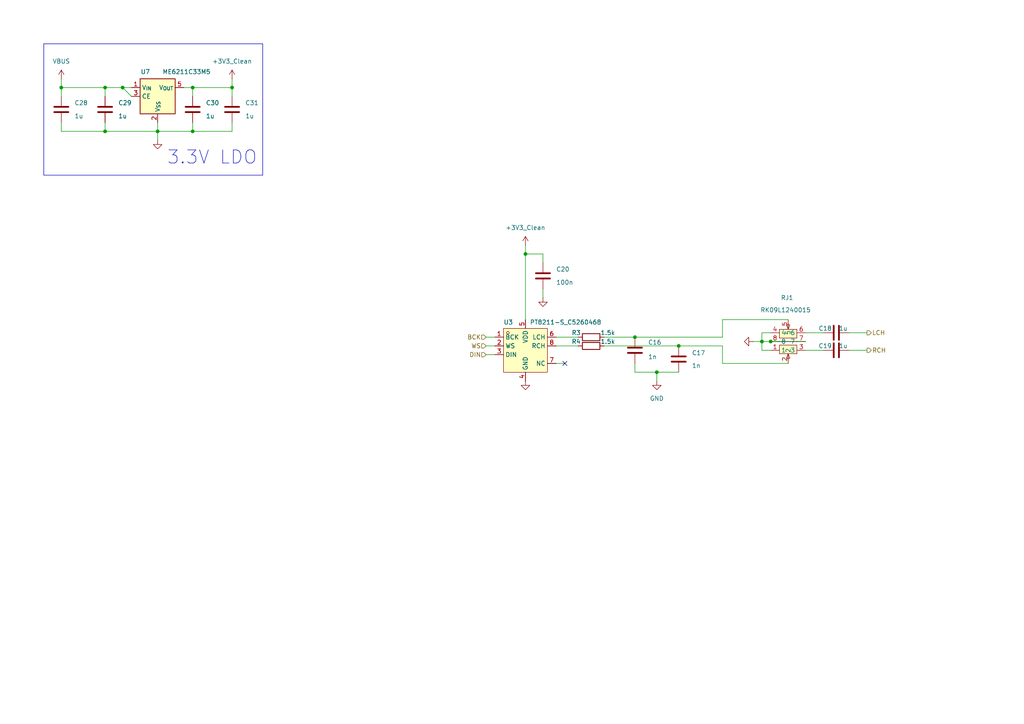
<source format=kicad_sch>
(kicad_sch (version 20250114) (generator "eeschema") (generator_version "9.0")
  (paper "A4")
  (lib_symbols
    (symbol "Device:C" (pin_numbers (hide yes)) (pin_names (offset 0.254))
      (property "Reference" "C" (at 0.635 2.54 0))
      (property "Value" "C" (at 0.635 -2.54 0))
      (symbol "C_0_1"
        (polyline (pts (xy -2.032 0.762) (xy 2.032 0.762)) (stroke (width 0.508)))
        (polyline (pts (xy -2.032 -0.762) (xy 2.032 -0.762)) (stroke (width 0.508)))
      )
      (symbol "C_1_1"
        (pin passive line (at 0 3.81 270) (length 2.794) (name "~") (number "1"))
        (pin passive line (at 0 -3.81 90) (length 2.794) (name "~") (number "2"))
      )
    )
    (symbol "Device:R" (pin_numbers (hide yes)) (pin_names (offset 0))
      (property "Reference" "R" (at 2.032 0 90))
      (property "Value" "R" (at 0 0 90))
      (symbol "R_0_1"
        (rectangle (start -1.016 -2.54) (end 1.016 2.54) (stroke (width 0.254)))
      )
      (symbol "R_1_1"
        (pin passive line (at 0 3.81 270) (length 1.27) (name "~") (number "1"))
        (pin passive line (at 0 -3.81 90) (length 1.27) (name "~") (number "2"))
      )
    )
    (symbol "Regulator_Linear:ME6211C33M5"
      (property "Reference" "U" (at -4.572 6.35 0))
      (property "Value" "ME6211C33M5" (at 10.16 8.636 0))
      (symbol "ME6211C33M5_1_1"
        (rectangle (start -5.08 5.08) (end 5.08 -5.08) (stroke (width 0.254)) (fill (type background)))
        (pin power_in line (at -7.62 2.54 0) (length 2.54) (name "V_{IN}") (number "1"))
        (pin input line (at -7.62 0 0) (length 2.54) (name "CE") (number "3"))
        (pin power_in line (at 0 -7.62 90) (length 2.54) (name "V_{SS}") (number "2"))
        (pin no_connect line (at 5.08 0 180) (length 2.54) (hide yes) (name "NC") (number "4"))
        (pin power_out line (at 7.62 2.54 180) (length 2.54) (name "V_{OUT}") (number "5"))
      )
    )
    (symbol "easyeda2kicad:PT8211-S_C5260468"
      (property "Reference" "U" (at -6.096 7.366 0))
      (property "Value" "PT8211-S_C5260468" (at 6.35 7.366 0))
      (symbol "PT8211-S_C5260468_0_1"
        (rectangle (start -6.35 6.35) (end 6.35 -6.35) (fill (type background)))
        (circle (center -5.08 5.08) (radius 0.38))
        (pin unspecified line (at -8.89 3.81 0) (length 2.54) (name "BCK") (number "1"))
        (pin unspecified line (at -8.89 1.27 0) (length 2.54) (name "WS") (number "2"))
        (pin unspecified line (at -8.89 -1.27 0) (length 2.54) (name "DIN") (number "3"))
        (pin unspecified line (at 0 8.89 270) (length 2.54) (name "VDD") (number "5"))
        (pin unspecified line (at 0 -8.89 90) (length 2.54) (name "GND") (number "4"))
        (pin unspecified line (at 8.89 3.81 180) (length 2.54) (name "LCH") (number "6"))
        (pin unspecified line (at 8.89 1.27 180) (length 2.54) (name "RCH") (number "8"))
        (pin unspecified line (at 8.89 -3.81 180) (length 2.54) (name "NC") (number "7"))
      )
    )
    (symbol "easyeda2kicad:RK09L1240015"
      (property "Reference" "RJ" (at 0 11.43 0))
      (property "Value" "RK09L1240015" (at 0 -11.43 0))
      (symbol "RK09L1240015_0_1"
        (polyline (pts (xy -2.54 3.56) (xy 2.54 3.56) (xy 2.54 1.02) (xy -2.54 1.02) (xy -2.54 3.56)) (fill (type background)))
        (polyline (pts (xy -2.54 0) (xy 2.54 0)))
        (polyline (pts (xy 0 4.06) (xy 0 5.33)))
        (polyline (pts (xy 0 3.56) (xy -0.51 4.83) (xy 0.51 4.83) (xy 0 3.56)) (fill (type background)))
        (polyline (pts (xy 0 -3.56) (xy 0.51 -4.83) (xy -0.51 -4.83) (xy 0 -3.56)) (fill (type background)))
        (polyline (pts (xy 0 -4.06) (xy 0 -5.33)))
        (polyline (pts (xy 2.54 -3.56) (xy -2.54 -3.56) (xy -2.54 -1.02) (xy 2.54 -1.02) (xy 2.54 -3.56)) (fill (type background)))
        (pin input line (at -5.08 2.54 0) (length 2.54) (name "3") (number "3"))
        (pin input line (at -5.08 0 0) (length 2.54) (name "7") (number "7"))
        (pin input line (at -5.08 -2.54 0) (length 2.54) (name "6") (number "6"))
        (pin input line (at 0 6.35 270) (length 2.54) (name "2") (number "2"))
        (pin input line (at 0 -6.35 90) (length 2.54) (name "5") (number "5"))
        (pin input line (at 5.08 2.54 180) (length 2.54) (name "1") (number "1"))
        (pin input line (at 5.08 0 180) (length 2.54) (name "8") (number "8"))
        (pin input line (at 5.08 -2.54 180) (length 2.54) (name "4") (number "4"))
      )
    )
    (symbol "power:+3V3" (power) (pin_numbers (hide yes)) (pin_names (offset 0) (hide yes))
      (property "Value" "+3V3" (at 0 3.556 0))
      (symbol "+3V3_0_1"
        (polyline (pts (xy -0.762 1.27) (xy 0 2.54)))
        (polyline (pts (xy 0 2.54) (xy 0.762 1.27)))
        (polyline (pts (xy 0 0) (xy 0 2.54)))
      )
      (symbol "+3V3_1_1"
        (pin power_in line (at 0 0 90) (length 0) (name "~") (number "1"))
      )
    )
    (symbol "power:GND" (power) (pin_numbers (hide yes)) (pin_names (offset 0) (hide yes))
      (property "Value" "GND" (at 0 -3.81 0))
      (symbol "GND_0_1"
        (polyline (pts (xy 0 0) (xy 0 -1.27) (xy 1.27 -1.27) (xy 0 -2.54) (xy -1.27 -1.27) (xy 0 -1.27)))
      )
      (symbol "GND_1_1"
        (pin power_in line (at 0 0 270) (length 0) (name "~") (number "1"))
      )
    )
    (symbol "power:VBUS" (power) (pin_numbers (hide yes)) (pin_names (offset 0) (hide yes))
      (property "Value" "VBUS" (at 0 3.556 0))
      (symbol "VBUS_0_1"
        (polyline (pts (xy -0.762 1.27) (xy 0 2.54)))
        (polyline (pts (xy 0 2.54) (xy 0.762 1.27)))
        (polyline (pts (xy 0 0) (xy 0 2.54)))
      )
      (symbol "VBUS_1_1"
        (pin power_in line (at 0 0 90) (length 0) (name "~") (number "1"))
      )
    )
  )
  (text "3.3V LDO" (at 74.676 48.006 0) (effects (font (size 3.81 3.81)) (justify right bottom)))
  (junction (at 35.56 25.4))
  (junction (at 17.78 25.4))
  (junction (at 223.52 99.06))
  (junction (at 45.72 38.1))
  (junction (at 220.98 99.06))
  (junction (at 152.4 73.66))
  (junction (at 190.5 107.95))
  (junction (at 30.48 25.4))
  (junction (at 30.48 38.1))
  (junction (at 55.88 25.4))
  (junction (at 67.31 25.4))
  (junction (at 196.85 100.33))
  (junction (at 184.15 97.79))
  (junction (at 55.88 38.1))
  (no_connect (at 163.83 105.41))
  (wire (pts (xy 152.4 73.66) (xy 157.48 73.66)))
  (wire (pts (xy 175.26 100.33) (xy 196.85 100.33)))
  (wire (pts (xy 17.78 38.1) (xy 30.48 38.1)))
  (wire (pts (xy 246.38 96.52) (xy 251.46 96.52)))
  (wire (pts (xy 45.72 38.1) (xy 55.88 38.1)))
  (wire (pts (xy 220.98 96.52) (xy 220.98 99.06)))
  (wire (pts (xy 55.88 35.56) (xy 55.88 38.1)))
  (wire (pts (xy 35.56 25.4) (xy 38.1 25.4)))
  (wire (pts (xy 223.52 99.06) (xy 233.68 99.06)))
  (wire (pts (xy 196.85 100.33) (xy 209.55 100.33)))
  (wire (pts (xy 209.55 105.41) (xy 228.6 105.41)))
  (wire (pts (xy 55.88 25.4) (xy 67.31 25.4)))
  (wire (pts (xy 30.48 25.4) (xy 35.56 25.4)))
  (polyline (pts (xy 12.7 50.8) (xy 76.2 50.8)))
  (wire (pts (xy 218.44 99.06) (xy 220.98 99.06)))
  (wire (pts (xy 209.55 92.71) (xy 228.6 92.71)))
  (wire (pts (xy 209.55 100.33) (xy 209.55 105.41)))
  (wire (pts (xy 161.29 100.33) (xy 167.64 100.33)))
  (wire (pts (xy 161.29 97.79) (xy 167.64 97.79)))
  (wire (pts (xy 184.15 105.41) (xy 184.15 107.95)))
  (wire (pts (xy 45.72 38.1) (xy 45.72 35.56)))
  (wire (pts (xy 163.83 105.41) (xy 161.29 105.41)))
  (wire (pts (xy 30.48 27.94) (xy 30.48 25.4)))
  (wire (pts (xy 246.38 101.6) (xy 251.46 101.6)))
  (wire (pts (xy 233.68 96.52) (xy 238.76 96.52)))
  (wire (pts (xy 220.98 99.06) (xy 220.98 101.6)))
  (wire (pts (xy 220.98 99.06) (xy 223.52 99.06)))
  (wire (pts (xy 220.98 101.6) (xy 223.52 101.6)))
  (wire (pts (xy 175.26 97.79) (xy 184.15 97.79)))
  (wire (pts (xy 152.4 71.12) (xy 152.4 73.66)))
  (wire (pts (xy 67.31 22.86) (xy 67.31 25.4)))
  (wire (pts (xy 184.15 97.79) (xy 209.55 97.79)))
  (wire (pts (xy 17.78 22.86) (xy 17.78 25.4)))
  (wire (pts (xy 209.55 92.71) (xy 209.55 97.79)))
  (polyline (pts (xy 12.7 12.7) (xy 12.7 50.8)))
  (polyline (pts (xy 76.2 12.7) (xy 76.2 50.8)))
  (wire (pts (xy 157.48 83.82) (xy 157.48 86.36)))
  (wire (pts (xy 45.72 40.64) (xy 45.72 38.1)))
  (wire (pts (xy 190.5 107.95) (xy 196.85 107.95)))
  (wire (pts (xy 220.98 96.52) (xy 223.52 96.52)))
  (wire (pts (xy 53.34 25.4) (xy 55.88 25.4)))
  (wire (pts (xy 190.5 107.95) (xy 190.5 110.49)))
  (wire (pts (xy 140.97 102.87) (xy 143.51 102.87)))
  (wire (pts (xy 17.78 25.4) (xy 30.48 25.4)))
  (wire (pts (xy 38.1 27.94) (xy 35.56 25.4)))
  (wire (pts (xy 67.31 25.4) (xy 67.31 27.94)))
  (wire (pts (xy 30.48 38.1) (xy 45.72 38.1)))
  (wire (pts (xy 17.78 38.1) (xy 17.78 35.56)))
  (wire (pts (xy 233.68 101.6) (xy 238.76 101.6)))
  (wire (pts (xy 152.4 73.66) (xy 152.4 92.71)))
  (wire (pts (xy 30.48 38.1) (xy 30.48 35.56)))
  (wire (pts (xy 67.31 35.56) (xy 67.31 38.1)))
  (wire (pts (xy 55.88 38.1) (xy 67.31 38.1)))
  (wire (pts (xy 184.15 107.95) (xy 190.5 107.95)))
  (wire (pts (xy 140.97 100.33) (xy 143.51 100.33)))
  (polyline (pts (xy 12.7 12.7) (xy 76.2 12.7)))
  (wire (pts (xy 55.88 25.4) (xy 55.88 27.94)))
  (wire (pts (xy 157.48 73.66) (xy 157.48 76.2)))
  (wire (pts (xy 17.78 27.94) (xy 17.78 25.4)))
  (wire (pts (xy 140.97 97.79) (xy 143.51 97.79)))
  (hierarchical_label "RCH" (shape output) (at 251.46 101.6 0))
  (hierarchical_label "WS" (shape input) (at 140.97 100.33 180))
  (hierarchical_label "DIN" (shape input) (at 140.97 102.87 180))
  (hierarchical_label "LCH" (shape output) (at 251.46 96.52 0))
  (hierarchical_label "BCK" (shape input) (at 140.97 97.79 180))
  (symbol (lib_id "power:GND") (at 157.48 86.36 0) (unit 1)
    (property "Reference" "#PWR019" (effects (hide yes)))
    (property "Value" "GND" (effects (hide yes)))
    (property "Description" "Power symbol creates a global label with name \"GND\" , ground" (effects (hide yes)))
  )
  (symbol (lib_id "Device:C") (at 157.48 80.01 0) (unit 1)
    (property "Reference" "C20" (at 161.29 78.1049 0) (effects (justify left)))
    (property "Value" "100n" (at 161.29 81.9149 0) (effects (justify left)))
    (property "Footprint" "Capacitor_SMD:C_0402_1005Metric" (effects (hide yes)))
    (property "Description" "Unpolarized capacitor" (effects (hide yes)))
    (property "LCSC Part #" "C1525" (effects (hide yes)))
  )
  (symbol (lib_id "Device:C") (at 242.57 96.52 90) (mirror x) (unit 1)
    (property "Reference" "C18" (at 241.3 95.25 90) (effects (justify left)))
    (property "Value" "1u" (at 245.872 95.25 90) (effects (justify left)))
    (property "Footprint" "Capacitor_SMD:C_0402_1005Metric" (effects (hide yes)))
    (property "Description" "Unpolarized capacitor" (effects (hide yes)))
    (property "LCSC Part #" "C52923" (effects (hide yes)))
  )
  (symbol (lib_id "Device:C") (at 184.15 101.6 180) (unit 1)
    (property "Reference" "C16" (at 187.96 99.314 0) (effects (justify right)))
    (property "Value" "1n" (at 187.96 103.5049 0) (effects (justify right)))
    (property "Footprint" "Capacitor_SMD:C_0402_1005Metric" (effects (hide yes)))
    (property "Description" "Unpolarized capacitor" (effects (hide yes)))
    (property "LCSC Part #" "C52923" (effects (hide yes)))
  )
  (symbol (lib_id "power:VBUS") (at 17.78 22.86 0) (unit 1)
    (property "Reference" "#PWR030" (effects (hide yes)))
    (property "Value" "VBUS" (at 17.78 17.78 0))
    (property "Description" "Power symbol creates a global label with name \"VBUS\"" (effects (hide yes)))
  )
  (symbol (lib_id "power:GND") (at 45.72 40.64 0) (unit 1)
    (property "Reference" "#PWR032" (effects (hide yes)))
    (property "Value" "GND" (effects (hide yes)))
    (property "Description" "Power symbol creates a global label with name \"GND\" , ground" (effects (hide yes)))
  )
  (symbol (lib_id "Device:C") (at 242.57 101.6 90) (mirror x) (unit 1)
    (property "Reference" "C19" (at 241.3 100.33 90) (effects (justify left)))
    (property "Value" "1u" (at 245.872 100.33 90) (effects (justify left)))
    (property "Footprint" "Capacitor_SMD:C_0402_1005Metric" (effects (hide yes)))
    (property "Description" "Unpolarized capacitor" (effects (hide yes)))
    (property "LCSC Part #" "C52923" (effects (hide yes)))
  )
  (symbol (lib_id "Device:R") (at 171.45 100.33 90) (unit 1)
    (property "Reference" "R4" (at 167.132 99.06 90))
    (property "Value" "1.5k" (at 176.276 99.06 90))
    (property "Footprint" "Resistor_SMD:R_0402_1005Metric" (effects (hide yes)))
    (property "Description" "Resistor" (effects (hide yes)))
    (property "LCSC Part #" "C25867" (effects (hide yes)))
  )
  (symbol (lib_id "power:GND") (at 190.5 110.49 0) (unit 1)
    (property "Reference" "#PWR018" (effects (hide yes)))
    (property "Value" "GND" (at 190.5 115.57 0))
    (property "Description" "Power symbol creates a global label with name \"GND\" , ground" (effects (hide yes)))
  )
  (symbol (lib_id "easyeda2kicad:RK09L1240015") (at 228.6 99.06 180) (unit 1)
    (property "Reference" "RJ1" (at 230.124 86.36 0) (effects (justify left)))
    (property "Value" "RK09L1240015" (at 235.204 89.916 0) (effects (justify left)))
    (property "Footprint" "easyeda2kicad:RES-ADJ-TH_RK09L1240A12" (effects (hide yes)))
    (property "LCSC Part" "C7471751" (effects (hide yes)))
  )
  (symbol (lib_id "Device:C") (at 67.31 31.75 0) (unit 1)
    (property "Reference" "C31" (at 71.12 29.8449 0) (effects (justify left)))
    (property "Value" "1u" (at 71.12 33.6549 0) (effects (justify left)))
    (property "Footprint" "Capacitor_SMD:C_0402_1005Metric" (effects (hide yes)))
    (property "Description" "Unpolarized capacitor" (effects (hide yes)))
    (property "LCSC Part #" "C52923" (effects (hide yes)))
  )
  (symbol (lib_id "Device:C") (at 17.78 31.75 0) (unit 1)
    (property "Reference" "C28" (at 21.59 29.8449 0) (effects (justify left)))
    (property "Value" "1u" (at 21.59 33.6549 0) (effects (justify left)))
    (property "Footprint" "Capacitor_SMD:C_0402_1005Metric" (effects (hide yes)))
    (property "Description" "Unpolarized capacitor" (effects (hide yes)))
    (property "LCSC Part #" "C52923" (effects (hide yes)))
  )
  (symbol (lib_id "power:GND") (at 218.44 99.06 270) (unit 1)
    (property "Reference" "#PWR017" (effects (hide yes)))
    (property "Value" "GND" (effects (hide yes)))
    (property "Description" "Power symbol creates a global label with name \"GND\" , ground" (effects (hide yes)))
  )
  (symbol (lib_id "power:GND") (at 152.4 110.49 0) (unit 1)
    (property "Reference" "#PWR012" (effects (hide yes)))
    (property "Value" "GND" (effects (hide yes)))
    (property "Description" "Power symbol creates a global label with name \"GND\" , ground" (effects (hide yes)))
  )
  (symbol (lib_id "Device:C") (at 196.85 104.14 180) (unit 1)
    (property "Reference" "C17" (at 200.66 102.362 0) (effects (justify right)))
    (property "Value" "1n" (at 200.66 106.0449 0) (effects (justify right)))
    (property "Footprint" "Capacitor_SMD:C_0402_1005Metric" (effects (hide yes)))
    (property "Description" "Unpolarized capacitor" (effects (hide yes)))
    (property "LCSC Part #" "C52923" (effects (hide yes)))
  )
  (symbol (lib_id "Device:R") (at 171.45 97.79 90) (unit 1)
    (property "Reference" "R3" (at 167.132 96.52 90))
    (property "Value" "1.5k" (at 176.276 96.52 90))
    (property "Footprint" "Resistor_SMD:R_0402_1005Metric" (effects (hide yes)))
    (property "Description" "Resistor" (effects (hide yes)))
    (property "LCSC Part #" "C25867" (effects (hide yes)))
  )
  (symbol (lib_id "Regulator_Linear:ME6211C33M5") (at 45.72 27.94 0) (unit 1)
    (property "Reference" "U7" (at 42.164 20.828 0))
    (property "Value" "ME6211C33M5" (at 54.102 20.828 0))
    (property "Footprint" "Package_TO_SOT_SMD:SOT-23-5" (effects (hide yes)))
    (property "Datasheet" "https://www.lcsc.com/datasheet/lcsc_datasheet_2304140030_MICRONE-Nanjing-Micro-One-Elec-ME6211C33R5G_C235316.pdf" (effects (hide yes)))
    (property "Description" "500mA low dropout linear regulator, shutdown pin, 6.5V max input voltage, 3.3V fixed positive output, SOT-23-5" (effects (hide yes)))
  )
  (symbol (lib_id "easyeda2kicad:PT8211-S_C5260468") (at 152.4 101.6 0) (unit 1)
    (property "Reference" "U3" (at 146.05 93.472 0) (effects (justify left)))
    (property "Value" "PT8211-S_C5260468" (at 153.67 93.472 0) (effects (justify left)))
    (property "Footprint" "easyeda2kicad:SOIC-8_L4.9-W3.9-P1.27-LS6.0-BL" (effects (hide yes)))
    (property "LCSC Part" "C5260468" (effects (hide yes)))
  )
  (symbol (lib_id "power:+3V3") (at 152.4 71.12 0) (unit 1)
    (property "Reference" "#PWR016" (effects (hide yes)))
    (property "Value" "+3V3_Clean" (at 152.4 66.04 0))
    (property "Description" "Power symbol creates a global label with name \"+3V3\"" (effects (hide yes)))
  )
  (symbol (lib_id "Device:C") (at 30.48 31.75 0) (unit 1)
    (property "Reference" "C29" (at 34.29 29.8449 0) (effects (justify left)))
    (property "Value" "1u" (at 34.29 33.6549 0) (effects (justify left)))
    (property "Footprint" "Capacitor_SMD:C_0402_1005Metric" (effects (hide yes)))
    (property "Description" "Unpolarized capacitor" (effects (hide yes)))
    (property "LCSC Part #" "C52923" (effects (hide yes)))
  )
  (symbol (lib_id "Device:C") (at 55.88 31.75 0) (unit 1)
    (property "Reference" "C30" (at 59.69 29.8449 0) (effects (justify left)))
    (property "Value" "1u" (at 59.69 33.6549 0) (effects (justify left)))
    (property "Footprint" "Capacitor_SMD:C_0402_1005Metric" (effects (hide yes)))
    (property "Description" "Unpolarized capacitor" (effects (hide yes)))
    (property "LCSC Part #" "C52923" (effects (hide yes)))
  )
  (symbol (lib_id "power:+3V3") (at 67.31 22.86 0) (unit 1)
    (property "Reference" "#PWR031" (effects (hide yes)))
    (property "Value" "+3V3_Clean" (at 67.31 17.78 0))
    (property "Description" "Power symbol creates a global label with name \"+3V3\"" (effects (hide yes)))
  )
)
</source>
